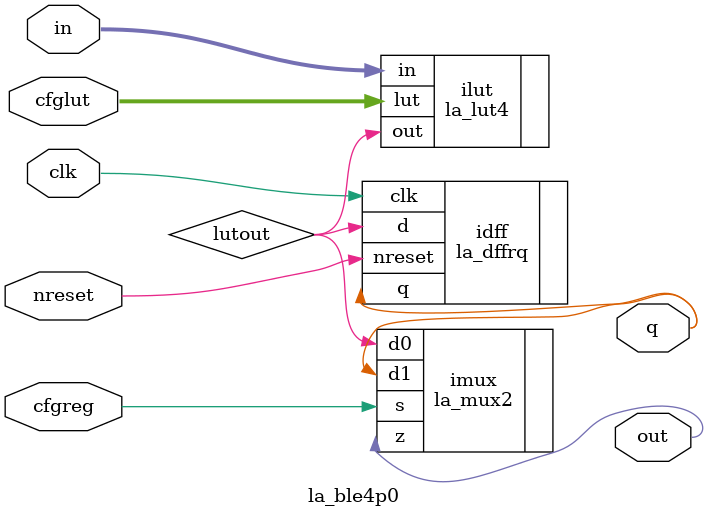
<source format=v>
/*****************************************************************************
 * Function: Basic Logic Element (LUT4, Part#0)
 * Copyright: Lambda Project Authors. All rights Reserved.
 * License:  MIT (see LICENSE file in Lambda repository)
 *****************************************************************************
 *
 * Documentation:
 *
 * Basic FPGA logic element consisting of LUT4, a flip-flop with async reset,
 * and mux.
 *
 * Testing:
 *
 * >> iverilog la_ble4p0.v -DTB_LA_BLE4P0 -y . -y ../../stdlib/rtl
 * >> ./a.out
 *
 *
 ****************************************************************************/

module la_ble4p0
  #(parameter TYPE  = "DEFAULT" //  implementation selector
    )
   (// logic
    input        clk, // clock
    input        nreset,// async active low reset
    input [3:0]  in, // input
    output       q, // reg output
    output       out, // mux output
    //config
    input [15:0] cfglut,// lookup table
    input        cfgreg // 1: output is registered
    );

   wire          lutout;

   la_lut4  ilut(.out(lutout), .in (in[3:0]), .lut(cfglut[15:0]));
   la_dffrq idff(.q(q), .d(lutout), .clk(clk), .nreset(nreset));
   la_mux2  imux(.z(out), .d0(lutout), .d1(q), .s(cfgreg));

endmodule

`ifdef TB_LA_BLE4P0

module tb();

   localparam PERIOD = 2;
   localparam TIMEOUT = PERIOD * 33;

   reg        clk;
   reg        nreset;
   reg [3:0]  in;
   reg [15:0] cfglut;
   reg        cfgreg;
   wire       out;

   // control block
   initial
     begin
        $timeformat(-9, 0, " ns", 20);
        $dumpfile("dump.vcd");
        $dumpvars(0, tb);
	#(TIMEOUT)
        $finish;
     end

   // test program
   initial
     begin
	#(1)
        nreset = 'b0;
        clk = 'b0;
        cfgreg = 1'b0;
        #(1)
        $display("---- AND GATE ----");
        nreset = 'b1;
	cfglut = 16'h8000; // 4 input and gate
        #(PERIOD * 16)
        $display("---- OR GATE ----");
        cfglut = 16'hFFFE; // 4 input or gate
     end

   // clk
   always
     #(PERIOD/2) clk = ~clk;

   // counter to cycle through stimulus
   always @ (posedge clk or negedge nreset)
     if (~nreset)
       in <= 'b0;
     else
       in <= in + 1'b1;

   always @ (posedge clk)
     if (nreset)
       $display("lut=%h, sel=%b, in=%b, out=%b, q=%b", cfglut, cfgreg, in, out, q);

   // dut
   la_ble4p0
     la_ble (/*AUTOINST*/
             // Outputs
             .q                         (q),
             .out                       (out),
             // Inputs
             .clk                       (clk),
             .nreset                    (nreset),
             .in                        (in[3:0]),
             .cfglut                    (cfglut[15:0]),
             .cfgreg                    (cfgreg));

endmodule

`endif

</source>
